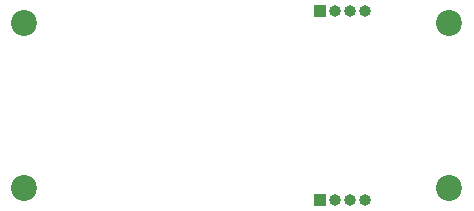
<source format=gbs>
%TF.GenerationSoftware,KiCad,Pcbnew,(6.99.0)*%
%TF.CreationDate,2023-03-13T14:24:00-07:00*%
%TF.ProjectId,emg-voltage-regulator,656d672d-766f-46c7-9461-67652d726567,rev?*%
%TF.SameCoordinates,Original*%
%TF.FileFunction,Soldermask,Bot*%
%TF.FilePolarity,Negative*%
%FSLAX46Y46*%
G04 Gerber Fmt 4.6, Leading zero omitted, Abs format (unit mm)*
G04 Created by KiCad (PCBNEW (6.99.0)) date 2023-03-13 14:24:00*
%MOMM*%
%LPD*%
G01*
G04 APERTURE LIST*
%ADD10C,2.200000*%
%ADD11R,1.000000X1.000000*%
%ADD12O,1.000000X1.000000*%
G04 APERTURE END LIST*
D10*
%TO.C,H4*%
X39000000Y-3000000D03*
%TD*%
%TO.C,H2*%
X39000000Y-17000000D03*
%TD*%
D11*
%TO.C,J2*%
X28000000Y-2000000D03*
D12*
X29270000Y-2000000D03*
X30540000Y-2000000D03*
X31810000Y-2000000D03*
%TD*%
D10*
%TO.C,H3*%
X3000000Y-3000000D03*
%TD*%
%TO.C,H1*%
X3000000Y-17000000D03*
%TD*%
D11*
%TO.C,J1*%
X28000000Y-18000000D03*
D12*
X29270000Y-18000000D03*
X30540000Y-18000000D03*
X31810000Y-18000000D03*
%TD*%
M02*

</source>
